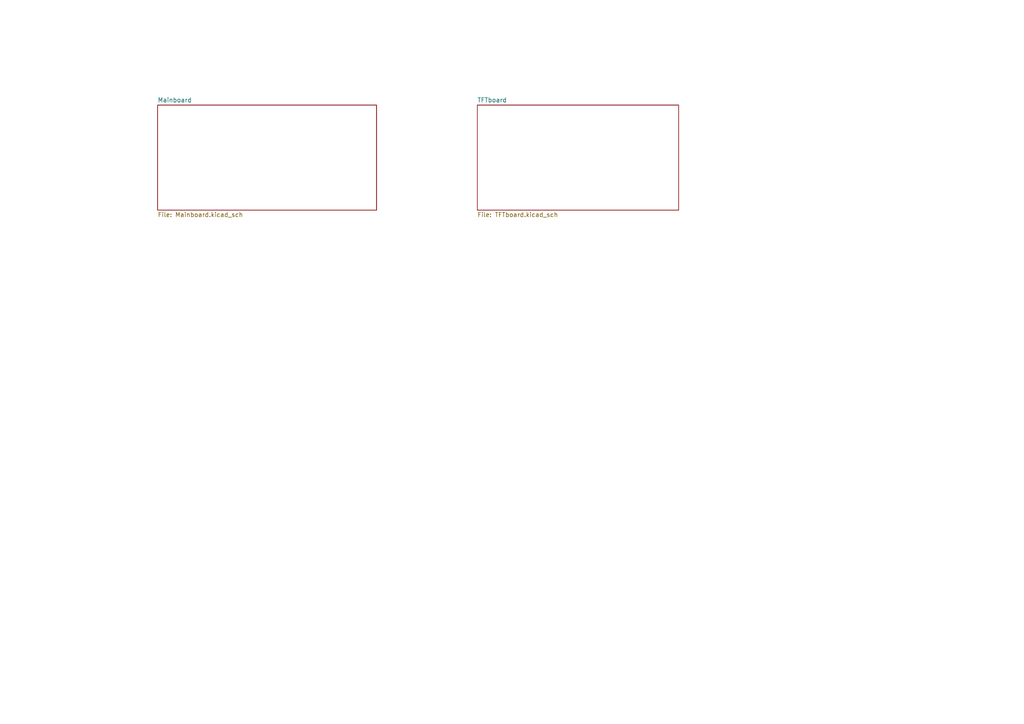
<source format=kicad_sch>
(kicad_sch (version 20230121) (generator eeschema)
  (paper "A4")
  (title_block (title "Brewboard") (date "2018-05-23") (rev "1.1") (company "MBSE"))
  (lib_symbols)
  (sheet (at 45.72 30.48) (size 63.5 30.48)
    (property "Sheetname" "Mainboard" (at 45.72 29.7684 0) (effects (justify left bottom)))
    (property "Sheetfile" "Mainboard.kicad_sch" (at 45.72 61.5446 0) (effects (justify left top)))
  )
  (sheet (at 138.43 30.48) (size 58.42 30.48)
    (property "Sheetname" "TFTboard" (at 138.43 29.7684 0) (effects (justify left bottom)))
    (property "Sheetfile" "TFTboard.kicad_sch" (at 138.43 61.5446 0) (effects (justify left top)))
  )
)
</source>
